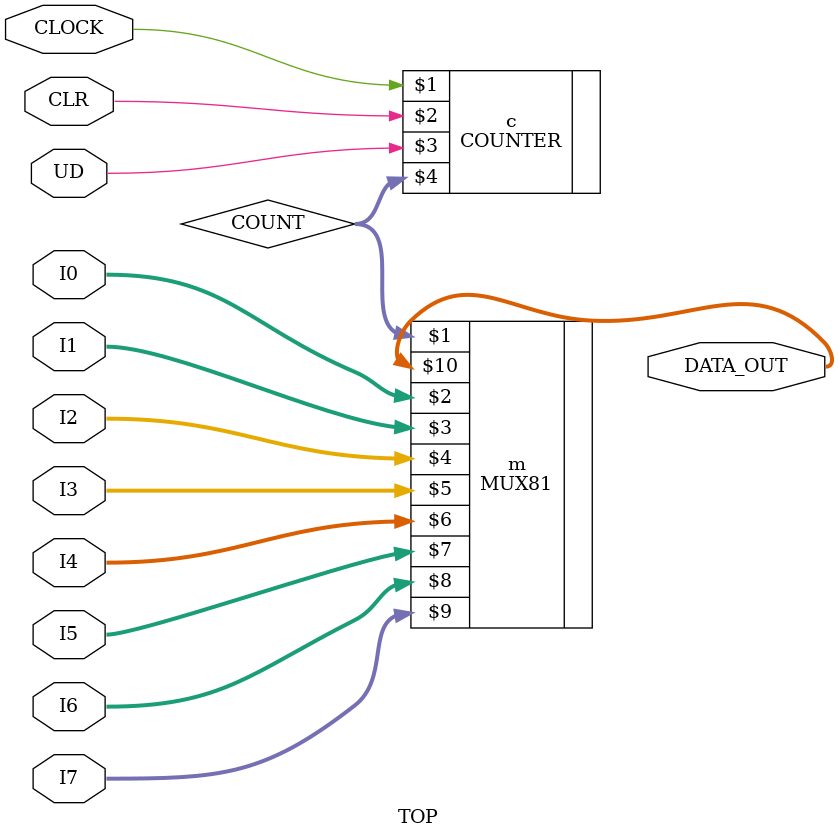
<source format=v>
module TOP (CLOCK, CLR, UD, I0, I1, I2, I3, I4, I5, I6, I7, DATA_OUT);
	//Write your code here

	input CLOCK, CLR, UD;
	input [7:0] I0, I1, I2, I3, I4, I5, I6, I7;
	output [7:0] DATA_OUT;

	wire [2:0] COUNT;

	COUNTER c (CLOCK, CLR, UD, COUNT);
	MUX81 m (COUNT, I0, I1, I2, I3, I4, I5, I6, I7, DATA_OUT);
	
endmodule
</source>
